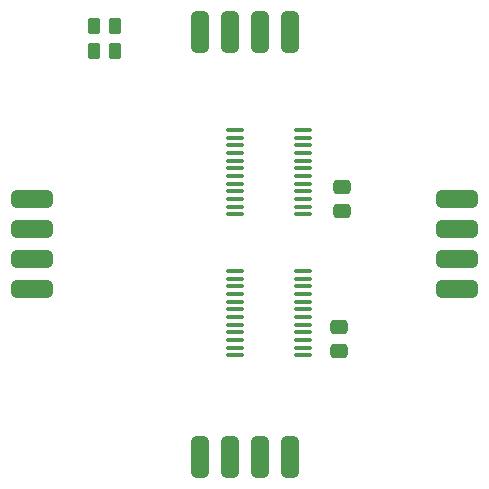
<source format=gbr>
%TF.GenerationSoftware,KiCad,Pcbnew,(6.0.1)*%
%TF.CreationDate,2022-11-17T20:37:07-05:00*%
%TF.ProjectId,ThermixelGrid,54686572-6d69-4786-956c-477269642e6b,rev?*%
%TF.SameCoordinates,Original*%
%TF.FileFunction,Paste,Bot*%
%TF.FilePolarity,Positive*%
%FSLAX46Y46*%
G04 Gerber Fmt 4.6, Leading zero omitted, Abs format (unit mm)*
G04 Created by KiCad (PCBNEW (6.0.1)) date 2022-11-17 20:37:07*
%MOMM*%
%LPD*%
G01*
G04 APERTURE LIST*
G04 Aperture macros list*
%AMRoundRect*
0 Rectangle with rounded corners*
0 $1 Rounding radius*
0 $2 $3 $4 $5 $6 $7 $8 $9 X,Y pos of 4 corners*
0 Add a 4 corners polygon primitive as box body*
4,1,4,$2,$3,$4,$5,$6,$7,$8,$9,$2,$3,0*
0 Add four circle primitives for the rounded corners*
1,1,$1+$1,$2,$3*
1,1,$1+$1,$4,$5*
1,1,$1+$1,$6,$7*
1,1,$1+$1,$8,$9*
0 Add four rect primitives between the rounded corners*
20,1,$1+$1,$2,$3,$4,$5,0*
20,1,$1+$1,$4,$5,$6,$7,0*
20,1,$1+$1,$6,$7,$8,$9,0*
20,1,$1+$1,$8,$9,$2,$3,0*%
G04 Aperture macros list end*
%ADD10RoundRect,0.381000X-0.381000X-1.359000X0.381000X-1.359000X0.381000X1.359000X-0.381000X1.359000X0*%
%ADD11RoundRect,0.381000X-1.359000X0.381000X-1.359000X-0.381000X1.359000X-0.381000X1.359000X0.381000X0*%
%ADD12RoundRect,0.249999X-0.262501X-0.450001X0.262501X-0.450001X0.262501X0.450001X-0.262501X0.450001X0*%
%ADD13RoundRect,0.100000X-0.637500X-0.100000X0.637500X-0.100000X0.637500X0.100000X-0.637500X0.100000X0*%
%ADD14RoundRect,0.250000X0.475000X-0.337500X0.475000X0.337500X-0.475000X0.337500X-0.475000X-0.337500X0*%
G04 APERTURE END LIST*
D10*
%TO.C,J1*%
X16170000Y-2000000D03*
X18710000Y-2000000D03*
X21250000Y-2000000D03*
X23790000Y-2000000D03*
%TD*%
%TO.C,J2*%
X16210000Y-38000000D03*
X18750000Y-38000000D03*
X21290000Y-38000000D03*
X23830000Y-38000000D03*
%TD*%
D11*
%TO.C,J3*%
X2000000Y-16170000D03*
X2000000Y-18710000D03*
X2000000Y-21250000D03*
X2000000Y-23790000D03*
%TD*%
%TO.C,J4*%
X38000000Y-16170000D03*
X38000000Y-18710000D03*
X38000000Y-21250000D03*
X38000000Y-23790000D03*
%TD*%
D12*
%TO.C,R26*%
X7217400Y-1542600D03*
X9042400Y-1542600D03*
%TD*%
%TO.C,R27*%
X7217400Y-3657600D03*
X9042400Y-3657600D03*
%TD*%
D13*
%TO.C,U1*%
X19171500Y-17481000D03*
X19171500Y-16831000D03*
X19171500Y-16181000D03*
X19171500Y-15531000D03*
X19171500Y-14881000D03*
X19171500Y-14231000D03*
X19171500Y-13581000D03*
X19171500Y-12931000D03*
X19171500Y-12281000D03*
X19171500Y-11631000D03*
X19171500Y-10981000D03*
X19171500Y-10331000D03*
X24896500Y-10331000D03*
X24896500Y-10981000D03*
X24896500Y-11631000D03*
X24896500Y-12281000D03*
X24896500Y-12931000D03*
X24896500Y-13581000D03*
X24896500Y-14231000D03*
X24896500Y-14881000D03*
X24896500Y-15531000D03*
X24896500Y-16181000D03*
X24896500Y-16831000D03*
X24896500Y-17481000D03*
%TD*%
%TO.C,U2*%
X19171500Y-29419000D03*
X19171500Y-28769000D03*
X19171500Y-28119000D03*
X19171500Y-27469000D03*
X19171500Y-26819000D03*
X19171500Y-26169000D03*
X19171500Y-25519000D03*
X19171500Y-24869000D03*
X19171500Y-24219000D03*
X19171500Y-23569000D03*
X19171500Y-22919000D03*
X19171500Y-22269000D03*
X24896500Y-22269000D03*
X24896500Y-22919000D03*
X24896500Y-23569000D03*
X24896500Y-24219000D03*
X24896500Y-24869000D03*
X24896500Y-25519000D03*
X24896500Y-26169000D03*
X24896500Y-26819000D03*
X24896500Y-27469000D03*
X24896500Y-28119000D03*
X24896500Y-28769000D03*
X24896500Y-29419000D03*
%TD*%
D14*
%TO.C,C1*%
X27940000Y-29055500D03*
X27940000Y-26980500D03*
%TD*%
%TO.C,C2*%
X28194000Y-17229500D03*
X28194000Y-15154500D03*
%TD*%
M02*

</source>
